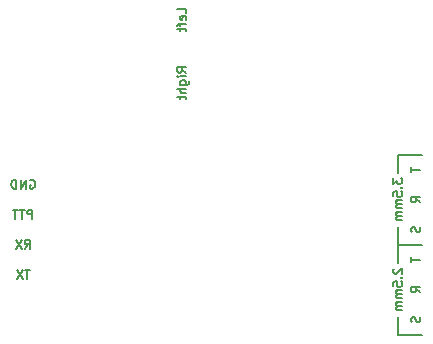
<source format=gbo>
G04 #@! TF.FileFunction,Legend,Bot*
%FSLAX46Y46*%
G04 Gerber Fmt 4.6, Leading zero omitted, Abs format (unit mm)*
G04 Created by KiCad (PCBNEW 4.0.6) date Sunday, July 16, 2017 'PMt' 05:41:14 PM*
%MOMM*%
%LPD*%
G01*
G04 APERTURE LIST*
%ADD10C,0.100000*%
%ADD11C,0.200000*%
%ADD12C,0.127000*%
G04 APERTURE END LIST*
D10*
D11*
X134620000Y-119380000D02*
X136652000Y-119380000D01*
X134620000Y-120904000D02*
X134620000Y-119380000D01*
X134620000Y-125476000D02*
X134620000Y-127000000D01*
X134620000Y-134620000D02*
X136652000Y-134620000D01*
X134620000Y-133096000D02*
X134620000Y-134620000D01*
X134620000Y-127000000D02*
X136652000Y-127000000D01*
X134620000Y-128524000D02*
X134620000Y-127000000D01*
D12*
X134202714Y-121375715D02*
X134202714Y-121847429D01*
X134493000Y-121593429D01*
X134493000Y-121702287D01*
X134529286Y-121774858D01*
X134565571Y-121811144D01*
X134638143Y-121847429D01*
X134819571Y-121847429D01*
X134892143Y-121811144D01*
X134928429Y-121774858D01*
X134964714Y-121702287D01*
X134964714Y-121484572D01*
X134928429Y-121412001D01*
X134892143Y-121375715D01*
X134892143Y-122174001D02*
X134928429Y-122210286D01*
X134964714Y-122174001D01*
X134928429Y-122137715D01*
X134892143Y-122174001D01*
X134964714Y-122174001D01*
X134202714Y-122899715D02*
X134202714Y-122536858D01*
X134565571Y-122500572D01*
X134529286Y-122536858D01*
X134493000Y-122609429D01*
X134493000Y-122790858D01*
X134529286Y-122863429D01*
X134565571Y-122899715D01*
X134638143Y-122936000D01*
X134819571Y-122936000D01*
X134892143Y-122899715D01*
X134928429Y-122863429D01*
X134964714Y-122790858D01*
X134964714Y-122609429D01*
X134928429Y-122536858D01*
X134892143Y-122500572D01*
X134964714Y-123262572D02*
X134456714Y-123262572D01*
X134529286Y-123262572D02*
X134493000Y-123298857D01*
X134456714Y-123371429D01*
X134456714Y-123480286D01*
X134493000Y-123552857D01*
X134565571Y-123589143D01*
X134964714Y-123589143D01*
X134565571Y-123589143D02*
X134493000Y-123625429D01*
X134456714Y-123698000D01*
X134456714Y-123806857D01*
X134493000Y-123879429D01*
X134565571Y-123915714D01*
X134964714Y-123915714D01*
X134964714Y-124278572D02*
X134456714Y-124278572D01*
X134529286Y-124278572D02*
X134493000Y-124314857D01*
X134456714Y-124387429D01*
X134456714Y-124496286D01*
X134493000Y-124568857D01*
X134565571Y-124605143D01*
X134964714Y-124605143D01*
X134565571Y-124605143D02*
X134493000Y-124641429D01*
X134456714Y-124714000D01*
X134456714Y-124822857D01*
X134493000Y-124895429D01*
X134565571Y-124931714D01*
X134964714Y-124931714D01*
X134275286Y-129032001D02*
X134239000Y-129068287D01*
X134202714Y-129140858D01*
X134202714Y-129322287D01*
X134239000Y-129394858D01*
X134275286Y-129431144D01*
X134347857Y-129467429D01*
X134420429Y-129467429D01*
X134529286Y-129431144D01*
X134964714Y-128995715D01*
X134964714Y-129467429D01*
X134892143Y-129794001D02*
X134928429Y-129830286D01*
X134964714Y-129794001D01*
X134928429Y-129757715D01*
X134892143Y-129794001D01*
X134964714Y-129794001D01*
X134202714Y-130519715D02*
X134202714Y-130156858D01*
X134565571Y-130120572D01*
X134529286Y-130156858D01*
X134493000Y-130229429D01*
X134493000Y-130410858D01*
X134529286Y-130483429D01*
X134565571Y-130519715D01*
X134638143Y-130556000D01*
X134819571Y-130556000D01*
X134892143Y-130519715D01*
X134928429Y-130483429D01*
X134964714Y-130410858D01*
X134964714Y-130229429D01*
X134928429Y-130156858D01*
X134892143Y-130120572D01*
X134964714Y-130882572D02*
X134456714Y-130882572D01*
X134529286Y-130882572D02*
X134493000Y-130918857D01*
X134456714Y-130991429D01*
X134456714Y-131100286D01*
X134493000Y-131172857D01*
X134565571Y-131209143D01*
X134964714Y-131209143D01*
X134565571Y-131209143D02*
X134493000Y-131245429D01*
X134456714Y-131318000D01*
X134456714Y-131426857D01*
X134493000Y-131499429D01*
X134565571Y-131535714D01*
X134964714Y-131535714D01*
X134964714Y-131898572D02*
X134456714Y-131898572D01*
X134529286Y-131898572D02*
X134493000Y-131934857D01*
X134456714Y-132007429D01*
X134456714Y-132116286D01*
X134493000Y-132188857D01*
X134565571Y-132225143D01*
X134964714Y-132225143D01*
X134565571Y-132225143D02*
X134493000Y-132261429D01*
X134456714Y-132334000D01*
X134456714Y-132442857D01*
X134493000Y-132515429D01*
X134565571Y-132551714D01*
X134964714Y-132551714D01*
X135726714Y-120432286D02*
X135726714Y-120867715D01*
X136488714Y-120650001D02*
X135726714Y-120650001D01*
X136488714Y-123425857D02*
X136125857Y-123171857D01*
X136488714Y-122990429D02*
X135726714Y-122990429D01*
X135726714Y-123280714D01*
X135763000Y-123353286D01*
X135799286Y-123389571D01*
X135871857Y-123425857D01*
X135980714Y-123425857D01*
X136053286Y-123389571D01*
X136089571Y-123353286D01*
X136125857Y-123280714D01*
X136125857Y-122990429D01*
X136452429Y-125512286D02*
X136488714Y-125621143D01*
X136488714Y-125802572D01*
X136452429Y-125875143D01*
X136416143Y-125911429D01*
X136343571Y-125947714D01*
X136271000Y-125947714D01*
X136198429Y-125911429D01*
X136162143Y-125875143D01*
X136125857Y-125802572D01*
X136089571Y-125657429D01*
X136053286Y-125584857D01*
X136017000Y-125548572D01*
X135944429Y-125512286D01*
X135871857Y-125512286D01*
X135799286Y-125548572D01*
X135763000Y-125584857D01*
X135726714Y-125657429D01*
X135726714Y-125838857D01*
X135763000Y-125947714D01*
X135726714Y-128052286D02*
X135726714Y-128487715D01*
X136488714Y-128270001D02*
X135726714Y-128270001D01*
X136488714Y-131045857D02*
X136125857Y-130791857D01*
X136488714Y-130610429D02*
X135726714Y-130610429D01*
X135726714Y-130900714D01*
X135763000Y-130973286D01*
X135799286Y-131009571D01*
X135871857Y-131045857D01*
X135980714Y-131045857D01*
X136053286Y-131009571D01*
X136089571Y-130973286D01*
X136125857Y-130900714D01*
X136125857Y-130610429D01*
X136452429Y-133132286D02*
X136488714Y-133241143D01*
X136488714Y-133422572D01*
X136452429Y-133495143D01*
X136416143Y-133531429D01*
X136343571Y-133567714D01*
X136271000Y-133567714D01*
X136198429Y-133531429D01*
X136162143Y-133495143D01*
X136125857Y-133422572D01*
X136089571Y-133277429D01*
X136053286Y-133204857D01*
X136017000Y-133168572D01*
X135944429Y-133132286D01*
X135871857Y-133132286D01*
X135799286Y-133168572D01*
X135763000Y-133204857D01*
X135726714Y-133277429D01*
X135726714Y-133458857D01*
X135763000Y-133567714D01*
X103450572Y-121539000D02*
X103523143Y-121502714D01*
X103632000Y-121502714D01*
X103740857Y-121539000D01*
X103813429Y-121611571D01*
X103849714Y-121684143D01*
X103886000Y-121829286D01*
X103886000Y-121938143D01*
X103849714Y-122083286D01*
X103813429Y-122155857D01*
X103740857Y-122228429D01*
X103632000Y-122264714D01*
X103559429Y-122264714D01*
X103450572Y-122228429D01*
X103414286Y-122192143D01*
X103414286Y-121938143D01*
X103559429Y-121938143D01*
X103087714Y-122264714D02*
X103087714Y-121502714D01*
X102652286Y-122264714D01*
X102652286Y-121502714D01*
X102289428Y-122264714D02*
X102289428Y-121502714D01*
X102108000Y-121502714D01*
X101999143Y-121539000D01*
X101926571Y-121611571D01*
X101890286Y-121684143D01*
X101854000Y-121829286D01*
X101854000Y-121938143D01*
X101890286Y-122083286D01*
X101926571Y-122155857D01*
X101999143Y-122228429D01*
X102108000Y-122264714D01*
X102289428Y-122264714D01*
X103450571Y-129122714D02*
X103015142Y-129122714D01*
X103232856Y-129884714D02*
X103232856Y-129122714D01*
X102833714Y-129122714D02*
X102325714Y-129884714D01*
X102325714Y-129122714D02*
X102833714Y-129884714D01*
X102997000Y-127344714D02*
X103251000Y-126981857D01*
X103432428Y-127344714D02*
X103432428Y-126582714D01*
X103142143Y-126582714D01*
X103069571Y-126619000D01*
X103033286Y-126655286D01*
X102997000Y-126727857D01*
X102997000Y-126836714D01*
X103033286Y-126909286D01*
X103069571Y-126945571D01*
X103142143Y-126981857D01*
X103432428Y-126981857D01*
X102743000Y-126582714D02*
X102235000Y-127344714D01*
X102235000Y-126582714D02*
X102743000Y-127344714D01*
X103650142Y-124804714D02*
X103650142Y-124042714D01*
X103359857Y-124042714D01*
X103287285Y-124079000D01*
X103251000Y-124115286D01*
X103214714Y-124187857D01*
X103214714Y-124296714D01*
X103251000Y-124369286D01*
X103287285Y-124405571D01*
X103359857Y-124441857D01*
X103650142Y-124441857D01*
X102997000Y-124042714D02*
X102561571Y-124042714D01*
X102779285Y-124804714D02*
X102779285Y-124042714D01*
X102416429Y-124042714D02*
X101981000Y-124042714D01*
X102198714Y-124804714D02*
X102198714Y-124042714D01*
X116676714Y-107423857D02*
X116676714Y-107061000D01*
X115914714Y-107061000D01*
X116640429Y-107968142D02*
X116676714Y-107895571D01*
X116676714Y-107750428D01*
X116640429Y-107677857D01*
X116567857Y-107641571D01*
X116277571Y-107641571D01*
X116205000Y-107677857D01*
X116168714Y-107750428D01*
X116168714Y-107895571D01*
X116205000Y-107968142D01*
X116277571Y-108004428D01*
X116350143Y-108004428D01*
X116422714Y-107641571D01*
X116168714Y-108222142D02*
X116168714Y-108512428D01*
X116676714Y-108331000D02*
X116023571Y-108331000D01*
X115951000Y-108367285D01*
X115914714Y-108439857D01*
X115914714Y-108512428D01*
X116168714Y-108657571D02*
X116168714Y-108947857D01*
X115914714Y-108766429D02*
X116567857Y-108766429D01*
X116640429Y-108802714D01*
X116676714Y-108875286D01*
X116676714Y-108947857D01*
X116676714Y-112431285D02*
X116313857Y-112177285D01*
X116676714Y-111995857D02*
X115914714Y-111995857D01*
X115914714Y-112286142D01*
X115951000Y-112358714D01*
X115987286Y-112394999D01*
X116059857Y-112431285D01*
X116168714Y-112431285D01*
X116241286Y-112394999D01*
X116277571Y-112358714D01*
X116313857Y-112286142D01*
X116313857Y-111995857D01*
X116676714Y-112757857D02*
X116168714Y-112757857D01*
X115914714Y-112757857D02*
X115951000Y-112721571D01*
X115987286Y-112757857D01*
X115951000Y-112794142D01*
X115914714Y-112757857D01*
X115987286Y-112757857D01*
X116168714Y-113447285D02*
X116785571Y-113447285D01*
X116858143Y-113410999D01*
X116894429Y-113374714D01*
X116930714Y-113302142D01*
X116930714Y-113193285D01*
X116894429Y-113120714D01*
X116640429Y-113447285D02*
X116676714Y-113374714D01*
X116676714Y-113229571D01*
X116640429Y-113156999D01*
X116604143Y-113120714D01*
X116531571Y-113084428D01*
X116313857Y-113084428D01*
X116241286Y-113120714D01*
X116205000Y-113156999D01*
X116168714Y-113229571D01*
X116168714Y-113374714D01*
X116205000Y-113447285D01*
X116676714Y-113810143D02*
X115914714Y-113810143D01*
X116676714Y-114136714D02*
X116277571Y-114136714D01*
X116205000Y-114100428D01*
X116168714Y-114027857D01*
X116168714Y-113919000D01*
X116205000Y-113846428D01*
X116241286Y-113810143D01*
X116168714Y-114390714D02*
X116168714Y-114681000D01*
X115914714Y-114499572D02*
X116567857Y-114499572D01*
X116640429Y-114535857D01*
X116676714Y-114608429D01*
X116676714Y-114681000D01*
M02*

</source>
